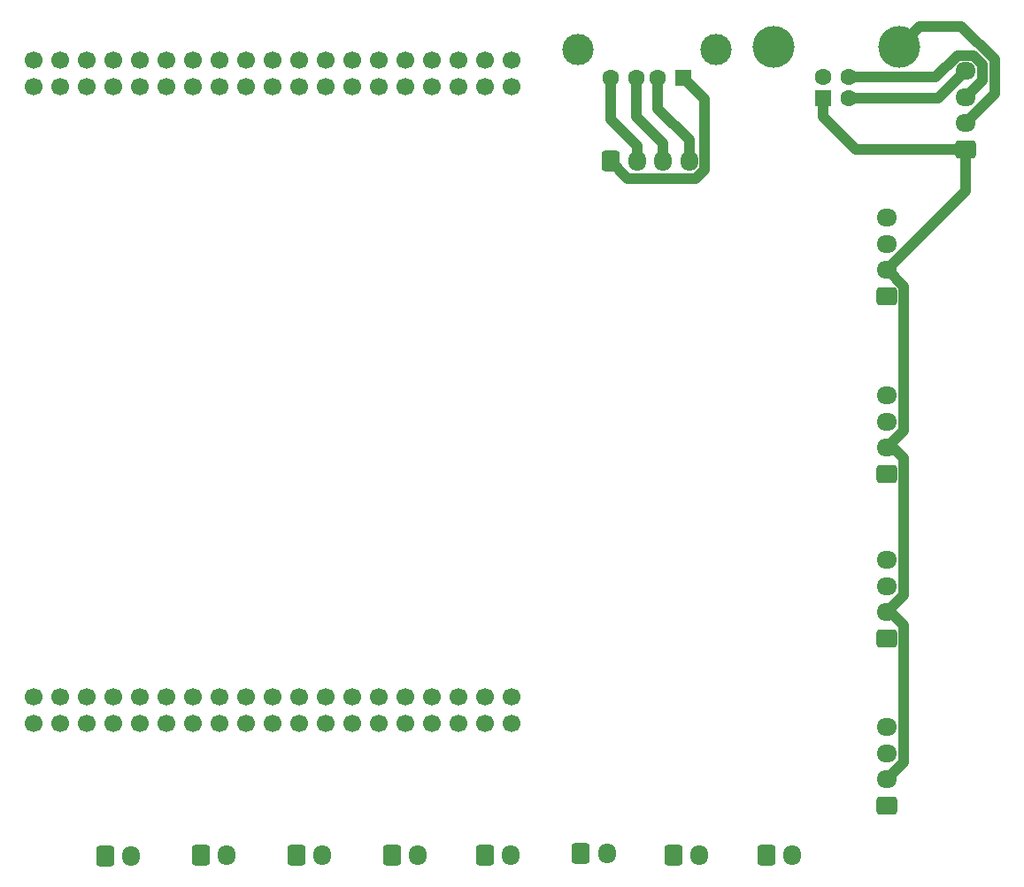
<source format=gbl>
%TF.GenerationSoftware,KiCad,Pcbnew,7.0.2*%
%TF.CreationDate,2024-08-11T10:44:14+09:00*%
%TF.ProjectId,sensor_v3,73656e73-6f72-45f7-9633-2e6b69636164,rev?*%
%TF.SameCoordinates,Original*%
%TF.FileFunction,Copper,L2,Bot*%
%TF.FilePolarity,Positive*%
%FSLAX46Y46*%
G04 Gerber Fmt 4.6, Leading zero omitted, Abs format (unit mm)*
G04 Created by KiCad (PCBNEW 7.0.2) date 2024-08-11 10:44:14*
%MOMM*%
%LPD*%
G01*
G04 APERTURE LIST*
G04 Aperture macros list*
%AMRoundRect*
0 Rectangle with rounded corners*
0 $1 Rounding radius*
0 $2 $3 $4 $5 $6 $7 $8 $9 X,Y pos of 4 corners*
0 Add a 4 corners polygon primitive as box body*
4,1,4,$2,$3,$4,$5,$6,$7,$8,$9,$2,$3,0*
0 Add four circle primitives for the rounded corners*
1,1,$1+$1,$2,$3*
1,1,$1+$1,$4,$5*
1,1,$1+$1,$6,$7*
1,1,$1+$1,$8,$9*
0 Add four rect primitives between the rounded corners*
20,1,$1+$1,$2,$3,$4,$5,0*
20,1,$1+$1,$4,$5,$6,$7,0*
20,1,$1+$1,$6,$7,$8,$9,0*
20,1,$1+$1,$8,$9,$2,$3,0*%
G04 Aperture macros list end*
%TA.AperFunction,ComponentPad*%
%ADD10RoundRect,0.250000X0.725000X-0.600000X0.725000X0.600000X-0.725000X0.600000X-0.725000X-0.600000X0*%
%TD*%
%TA.AperFunction,ComponentPad*%
%ADD11O,1.950000X1.700000*%
%TD*%
%TA.AperFunction,ComponentPad*%
%ADD12RoundRect,0.250000X-0.600000X-0.725000X0.600000X-0.725000X0.600000X0.725000X-0.600000X0.725000X0*%
%TD*%
%TA.AperFunction,ComponentPad*%
%ADD13O,1.700000X1.950000*%
%TD*%
%TA.AperFunction,ComponentPad*%
%ADD14R,1.600000X1.500000*%
%TD*%
%TA.AperFunction,ComponentPad*%
%ADD15C,1.600000*%
%TD*%
%TA.AperFunction,ComponentPad*%
%ADD16C,3.000000*%
%TD*%
%TA.AperFunction,ComponentPad*%
%ADD17R,1.600000X1.600000*%
%TD*%
%TA.AperFunction,ComponentPad*%
%ADD18C,4.000000*%
%TD*%
%TA.AperFunction,ComponentPad*%
%ADD19C,1.700000*%
%TD*%
%TA.AperFunction,Conductor*%
%ADD20C,1.000000*%
%TD*%
G04 APERTURE END LIST*
D10*
%TO.P,J5,1,Pin_1*%
%TO.N,A0*%
X206352000Y-115510000D03*
D11*
%TO.P,J5,2,Pin_2*%
%TO.N,+5V*%
X206352000Y-113010000D03*
%TO.P,J5,3,Pin_3*%
%TO.N,A1*%
X206352000Y-110510000D03*
%TO.P,J5,4,Pin_4*%
%TO.N,GND*%
X206352000Y-108010000D03*
%TD*%
D12*
%TO.P,J9,1,Pin_1*%
%TO.N,GND*%
X131592000Y-120327330D03*
D13*
%TO.P,J9,2,Pin_2*%
%TO.N,B15*%
X134092000Y-120327330D03*
%TD*%
D12*
%TO.P,J3,1,Pin_1*%
%TO.N,GND*%
X177078000Y-120142000D03*
D13*
%TO.P,J3,2,Pin_2*%
%TO.N,A6*%
X179578000Y-120142000D03*
%TD*%
D14*
%TO.P,J11,1,VBUS*%
%TO.N,+5V*%
X186922000Y-45890000D03*
D15*
%TO.P,J11,2,D-*%
%TO.N,A10*%
X184422000Y-45890000D03*
%TO.P,J11,3,D+*%
%TO.N,A9*%
X182422000Y-45890000D03*
%TO.P,J11,4,GND*%
%TO.N,GND*%
X179922000Y-45890000D03*
D16*
%TO.P,J11,5,Shield*%
X189992000Y-43180000D03*
X176852000Y-43180000D03*
%TD*%
D10*
%TO.P,J14,1,Pin_1*%
%TO.N,+5V*%
X213868000Y-52712000D03*
D11*
%TO.P,J14,2,Pin_2*%
%TO.N,GND*%
X213868000Y-50212000D03*
%TO.P,J14,3,Pin_3*%
%TO.N,C11*%
X213868000Y-47712000D03*
%TO.P,J14,4,Pin_4*%
%TO.N,C10*%
X213868000Y-45212000D03*
%TD*%
D12*
%TO.P,J2,1,Pin_1*%
%TO.N,GND*%
X159024000Y-120290000D03*
D13*
%TO.P,J2,2,Pin_2*%
%TO.N,A8*%
X161524000Y-120290000D03*
%TD*%
D10*
%TO.P,J8,1,Pin_1*%
%TO.N,C6*%
X206332000Y-66760000D03*
D11*
%TO.P,J8,2,Pin_2*%
%TO.N,+5V*%
X206332000Y-64260000D03*
%TO.P,J8,3,Pin_3*%
%TO.N,C7*%
X206332000Y-61760000D03*
%TO.P,J8,4,Pin_4*%
%TO.N,GND*%
X206332000Y-59260000D03*
%TD*%
D12*
%TO.P,J4,1,Pin_1*%
%TO.N,GND*%
X194838000Y-120290000D03*
D13*
%TO.P,J4,2,Pin_2*%
%TO.N,B8*%
X197338000Y-120290000D03*
%TD*%
D17*
%TO.P,J12,1,VBUS*%
%TO.N,+5V*%
X200268000Y-47786000D03*
D15*
%TO.P,J12,2,D-*%
%TO.N,C10*%
X202768000Y-47786000D03*
%TO.P,J12,3,D+*%
%TO.N,C11*%
X202768000Y-45786000D03*
%TO.P,J12,4,GND*%
%TO.N,GND*%
X200268000Y-45786000D03*
D18*
%TO.P,J12,5,Shield*%
X195518000Y-42926000D03*
X207518000Y-42926000D03*
%TD*%
D12*
%TO.P,J13,1,Pin_1*%
%TO.N,+5V*%
X179952000Y-53848000D03*
D13*
%TO.P,J13,2,Pin_2*%
%TO.N,GND*%
X182452000Y-53848000D03*
%TO.P,J13,3,Pin_3*%
%TO.N,A9*%
X184952000Y-53848000D03*
%TO.P,J13,4,Pin_4*%
%TO.N,A10*%
X187452000Y-53848000D03*
%TD*%
D12*
%TO.P,J15,1,Pin_1*%
%TO.N,GND*%
X149880000Y-120290000D03*
D13*
%TO.P,J15,2,Pin_2*%
%TO.N,A11*%
X152380000Y-120290000D03*
%TD*%
D12*
%TO.P,J1,1,Pin_1*%
%TO.N,GND*%
X140736000Y-120290000D03*
D13*
%TO.P,J1,2,Pin_2*%
%TO.N,B14*%
X143236000Y-120290000D03*
%TD*%
D12*
%TO.P,J16,1,Pin_1*%
%TO.N,GND*%
X167914000Y-120290000D03*
D13*
%TO.P,J16,2,Pin_2*%
%TO.N,A7*%
X170414000Y-120290000D03*
%TD*%
D10*
%TO.P,J6,1,Pin_1*%
%TO.N,B3*%
X206352000Y-99510000D03*
D11*
%TO.P,J6,2,Pin_2*%
%TO.N,+5V*%
X206352000Y-97010000D03*
%TO.P,J6,3,Pin_3*%
%TO.N,A5*%
X206352000Y-94510000D03*
%TO.P,J6,4,Pin_4*%
%TO.N,GND*%
X206352000Y-92010000D03*
%TD*%
D12*
%TO.P,J17,1,Pin_1*%
%TO.N,GND*%
X185948000Y-120290000D03*
D13*
%TO.P,J17,2,Pin_2*%
%TO.N,B9*%
X188448000Y-120290000D03*
%TD*%
D10*
%TO.P,J7,1,Pin_1*%
%TO.N,B6*%
X206352000Y-83760000D03*
D11*
%TO.P,J7,2,Pin_2*%
%TO.N,+5V*%
X206352000Y-81260000D03*
%TO.P,J7,3,Pin_3*%
%TO.N,B7*%
X206352000Y-78760000D03*
%TO.P,J7,4,Pin_4*%
%TO.N,GND*%
X206352000Y-76260000D03*
%TD*%
D19*
%TO.P,U1,1,RESET*%
%TO.N,unconnected-(U1-RESET-Pad1)*%
X139954000Y-105156000D03*
%TO.P,U1,2,BOOT0*%
%TO.N,unconnected-(U1-BOOT0-Pad2)*%
X132334000Y-107696000D03*
%TO.P,U1,3,IOREF*%
%TO.N,unconnected-(U1-IOREF-Pad3)*%
X137414000Y-105156000D03*
%TO.P,U1,4,AVDD*%
%TO.N,unconnected-(U1-AVDD-Pad4)*%
X132334000Y-46736000D03*
%TO.P,U1,5,VDD*%
%TO.N,unconnected-(U1-VDD-Pad5)*%
X129794000Y-107696000D03*
%TO.P,U1,6,VBAT*%
%TO.N,unconnected-(U1-VBAT-Pad6)*%
X165354000Y-107696000D03*
%TO.P,U1,7,VIN*%
%TO.N,unconnected-(U1-VIN-Pad7)*%
X152654000Y-105156000D03*
%TO.P,U1,8,U5V*%
%TO.N,+5V*%
X132334000Y-44196000D03*
%TO.P,U1,9,E5V*%
X129794000Y-105156000D03*
%TO.P,U1,10,+5V*%
X145034000Y-105156000D03*
%TO.P,U1,11,+3V3*%
%TO.N,unconnected-(U1-+3V3-Pad11)*%
X142494000Y-105156000D03*
%TO.P,U1,12,PA0(TIM2_CH1/TIM5_CH1/UART4_TX)*%
%TO.N,A0*%
X157734000Y-105156000D03*
%TO.P,U1,13,PA1(TIM2_CH2/TIM5CH2/UART4_RX)*%
%TO.N,A1*%
X160274000Y-105156000D03*
%TO.P,U1,14,PA2(TIM2_CH3/TIM5_CH3/TIM9_CH1/USART2_TX)*%
%TO.N,A2*%
X167894000Y-46736000D03*
%TO.P,U1,15,PA3(TIM2_CH4/TIM5_CH4/TIM9_CH2/USART2_RX)*%
%TO.N,A3*%
X170434000Y-46736000D03*
%TO.P,U1,16,PA4*%
%TO.N,unconnected-(U1-PA4-Pad16)*%
X162814000Y-105156000D03*
%TO.P,U1,17,PA5(TIM2_CH1)*%
%TO.N,A5*%
X137414000Y-46736000D03*
%TO.P,U1,18,PA6(TIM3_CH1/TIM13_CH1)*%
%TO.N,A6*%
X139954000Y-46736000D03*
%TO.P,U1,19,PA7(TIM3_CH2/TIM14_CH1)*%
%TO.N,A7*%
X142494000Y-46736000D03*
%TO.P,U1,20,PA8(TIM1_CH1/12C3_SCL)*%
%TO.N,A8*%
X152654000Y-46736000D03*
%TO.P,U1,21,PA9(TIM1_CH2/USART1_TX)*%
%TO.N,A9*%
X150114000Y-46736000D03*
%TO.P,U1,22,PA10(TIM1_CH3/USART1_RX)*%
%TO.N,A10*%
X165354000Y-46736000D03*
%TO.P,U1,23,PA11(TIM1_CH4/CAN1_RX)*%
%TO.N,A11*%
X139954000Y-44196000D03*
%TO.P,U1,24,PA12(CAN1_TX)*%
%TO.N,unconnected-(U1-PA12(CAN1_TX)-Pad24)*%
X137414000Y-44196000D03*
%TO.P,U1,25,PA13(JTCK-SWDIO)*%
%TO.N,unconnected-(U1-PA13(JTCK-SWDIO)-Pad25)*%
X139954000Y-107696000D03*
%TO.P,U1,26,PA14(JTCK-SWCLK)*%
%TO.N,unconnected-(U1-PA14(JTCK-SWCLK)-Pad26)*%
X142494000Y-107696000D03*
%TO.P,U1,27,PA15(TIM2_CH1)*%
%TO.N,unconnected-(U1-PA15(TIM2_CH1)-Pad27)*%
X145034000Y-107696000D03*
%TO.P,U1,28,PD2(UART5_RX)*%
%TO.N,unconnected-(U1-PD2(UART5_RX)-Pad28)*%
X127254000Y-105156000D03*
%TO.P,U1,29,PH0*%
%TO.N,unconnected-(U1-PH0-Pad29)*%
X160274000Y-107696000D03*
%TO.P,U1,30,PH1*%
%TO.N,unconnected-(U1-PH1-Pad30)*%
X162814000Y-107696000D03*
%TO.P,U1,31,(TIM3_CH3)PB0*%
%TO.N,B0*%
X165354000Y-105156000D03*
%TO.P,U1,32,(TIM3_CH4)PB1*%
%TO.N,B1*%
X152654000Y-44196000D03*
%TO.P,U1,33,(TIM2_CH4)PB2*%
%TO.N,B2*%
X150114000Y-44196000D03*
%TO.P,U1,34,(TIM3_CH1/12C2_SDA)PB3*%
%TO.N,B3*%
X162814000Y-46736000D03*
%TO.P,U1,35,(TIM3_CH1/12C3_SDA)PB4*%
%TO.N,unconnected-(U1-(TIM3_CH1{slash}12C3_SDA)PB4-Pad35)*%
X157734000Y-46736000D03*
%TO.P,U1,36,(TIM3_CH2/CAN2_RX)PB5*%
%TO.N,unconnected-(U1-(TIM3_CH2{slash}CAN2_RX)PB5-Pad36)*%
X160274000Y-46736000D03*
%TO.P,U1,37,(TIM4_CH1/12C1_SCL/USART1_TX/CAN2_TX)PB6*%
%TO.N,B6*%
X145034000Y-46736000D03*
%TO.P,U1,38,(TIM4_CH2/12C1_SDA/USART1_RX)PB7*%
%TO.N,B7*%
X150114000Y-107696000D03*
%TO.P,U1,39,(TIM2_CH1/TIM4_CH3/TIM10_CH1/12C1_SCL/CAN1_RX)PB8*%
%TO.N,B8*%
X127254000Y-46736000D03*
%TO.P,U1,40,(TIM2_CH2/TIM4_CH4/TIM11_CH1/12C1_SDA/CAN1_TX)PB9*%
%TO.N,B9*%
X129794000Y-46736000D03*
%TO.P,U1,41,(TIM_2CH3/12C2_SCL/USART3_RX)PB10*%
%TO.N,unconnected-(U1-(TIM_2CH3{slash}12C2_SCL{slash}USART3_RX)PB10-Pad41)*%
X155194000Y-46736000D03*
%TO.P,U1,42,(CAN2_RX)PB12*%
%TO.N,unconnected-(U1-(CAN2_RX)PB12-Pad42)*%
X142494000Y-44196000D03*
%TO.P,U1,43,(CAN2_TX)PB13*%
%TO.N,unconnected-(U1-(CAN2_TX)PB13-Pad43)*%
X160274000Y-44196000D03*
%TO.P,U1,44,(TIM12_CH1)PB14*%
%TO.N,B14*%
X157734000Y-44196000D03*
%TO.P,U1,45,(TIM12_CH2)PB15*%
%TO.N,B15*%
X155194000Y-44196000D03*
%TO.P,U1,46,PC0(PB9)*%
%TO.N,Net-(U1-PC0(PB9))*%
X170434000Y-105156000D03*
%TO.P,U1,47,PC1(PB9)*%
%TO.N,Net-(U1-PC1(PB9))*%
X167894000Y-105156000D03*
%TO.P,U1,48,PC2*%
%TO.N,Net-(U1-PC2)*%
X167894000Y-107696000D03*
%TO.P,U1,49,PC3*%
%TO.N,Net-(U1-PC3)*%
X170434000Y-107696000D03*
%TO.P,U1,50,PC4*%
%TO.N,unconnected-(U1-PC4-Pad50)*%
X165354000Y-44196000D03*
%TO.P,U1,51,(USART3_RX)PC5*%
%TO.N,unconnected-(U1-(USART3_RX)PC5-Pad51)*%
X129794000Y-44196000D03*
%TO.P,U1,52,(TIM3_CH1/TIM8_CH1/USART6_TX)PC6*%
%TO.N,C6*%
X127254000Y-44196000D03*
%TO.P,U1,53,(TIM3_CH2/TIM8_CH2/USART6_RX)PC7*%
%TO.N,C7*%
X147574000Y-46736000D03*
%TO.P,U1,54,(TIM3_CH3/TIM8_CH3)PC8*%
%TO.N,C8*%
X124714000Y-44196000D03*
%TO.P,U1,55,(TIM3_CH4/TIM8_CH4/12C3_SDA)PC9*%
%TO.N,C9*%
X124714000Y-46736000D03*
%TO.P,U1,56,(USART3_TX/UART4_TX)PC10*%
%TO.N,C10*%
X124714000Y-107696000D03*
%TO.P,U1,57,(USART3_RX/UART4_RX)PC11*%
%TO.N,C11*%
X124714000Y-105156000D03*
%TO.P,U1,58,(12C2_SDA/UART5_TX)PC12*%
%TO.N,unconnected-(U1-(12C2_SDA{slash}UART5_TX)PC12-Pad58)*%
X127254000Y-107696000D03*
%TO.P,U1,59,PC13*%
%TO.N,unconnected-(U1-PC13-Pad59)*%
X152654000Y-107696000D03*
%TO.P,U1,60,PC14*%
%TO.N,unconnected-(U1-PC14-Pad60)*%
X155194000Y-107696000D03*
%TO.P,U1,61,PC15*%
%TO.N,unconnected-(U1-PC15-Pad61)*%
X157734000Y-107696000D03*
%TO.P,U1,62,GND*%
%TO.N,GND*%
X147574000Y-107696000D03*
X132334000Y-105156000D03*
X147574000Y-105156000D03*
X150114000Y-105156000D03*
X134874000Y-46736000D03*
X147574000Y-44196000D03*
X162814000Y-44196000D03*
%TO.P,U1,63*%
%TO.N,N/C*%
X137414000Y-107696000D03*
%TO.P,U1,64*%
X134874000Y-105156000D03*
%TO.P,U1,65*%
X134874000Y-107696000D03*
%TO.P,U1,66*%
X155194000Y-105156000D03*
%TO.P,U1,67*%
X134874000Y-44196000D03*
%TO.P,U1,68*%
X145034000Y-44196000D03*
%TO.P,U1,69*%
X167894000Y-44196000D03*
%TO.P,U1,70*%
X170434000Y-44196000D03*
%TD*%
D20*
%TO.N,GND*%
X179922000Y-49874000D02*
X182452000Y-52404000D01*
X216662000Y-44090260D02*
X216662000Y-47418000D01*
X209518000Y-40926000D02*
X213497740Y-40926000D01*
X182452000Y-52404000D02*
X182452000Y-53848000D01*
X213497740Y-40926000D02*
X216662000Y-44090260D01*
X216662000Y-47418000D02*
X213868000Y-50212000D01*
X179922000Y-45890000D02*
X179922000Y-49874000D01*
X207518000Y-42926000D02*
X209518000Y-40926000D01*
%TO.N,C6*%
X206332000Y-66760000D02*
X206290000Y-66802000D01*
%TO.N,C10*%
X211294000Y-47786000D02*
X202768000Y-47786000D01*
X213868000Y-45212000D02*
X211294000Y-47786000D01*
%TO.N,C11*%
X213120686Y-43709600D02*
X214651600Y-43709600D01*
X215495400Y-44553400D02*
X215495400Y-46084600D01*
X214651600Y-43709600D02*
X215495400Y-44553400D01*
X215495400Y-46084600D02*
X213868000Y-47712000D01*
X211044286Y-45786000D02*
X213120686Y-43709600D01*
X202768000Y-45786000D02*
X211044286Y-45786000D01*
%TO.N,+5V*%
X206352000Y-81260000D02*
X207979400Y-79632600D01*
X181579400Y-55475400D02*
X179952000Y-53848000D01*
X206990000Y-81260000D02*
X206352000Y-81260000D01*
X188954400Y-47922400D02*
X188954400Y-54631600D01*
X188954400Y-54631600D02*
X188110600Y-55475400D01*
X200268000Y-47786000D02*
X200268000Y-49586000D01*
X206738000Y-97010000D02*
X206352000Y-97010000D01*
X207979400Y-98251400D02*
X206738000Y-97010000D01*
X206332000Y-64260000D02*
X213868000Y-56724000D01*
X188110600Y-55475400D02*
X181579400Y-55475400D01*
X200268000Y-49586000D02*
X203394000Y-52712000D01*
X206352000Y-97010000D02*
X207979400Y-95382600D01*
X207979400Y-65806214D02*
X206433186Y-64260000D01*
X203394000Y-52712000D02*
X213868000Y-52712000D01*
X186922000Y-45890000D02*
X188954400Y-47922400D01*
X213868000Y-56724000D02*
X213868000Y-52712000D01*
X207979400Y-82249400D02*
X206990000Y-81260000D01*
X207979400Y-79632600D02*
X207979400Y-65806214D01*
X206352000Y-113010000D02*
X207979400Y-111382600D01*
X206433186Y-64260000D02*
X206332000Y-64260000D01*
X207979400Y-111382600D02*
X207979400Y-98251400D01*
X207979400Y-95382600D02*
X207979400Y-82249400D01*
%TO.N,A9*%
X184952000Y-52110000D02*
X184952000Y-53848000D01*
X182422000Y-45890000D02*
X182422000Y-49580000D01*
X182422000Y-49580000D02*
X184952000Y-52110000D01*
%TO.N,A10*%
X187452000Y-51816000D02*
X187452000Y-53848000D01*
X184422000Y-45890000D02*
X184422000Y-48786000D01*
X184422000Y-48786000D02*
X187452000Y-51816000D01*
%TD*%
M02*

</source>
